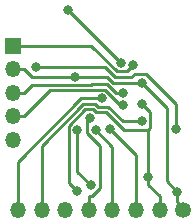
<source format=gbr>
G04 #@! TF.GenerationSoftware,KiCad,Pcbnew,(5.1.4-0-10_14)*
G04 #@! TF.CreationDate,2019-10-28T18:43:38+01:00*
G04 #@! TF.ProjectId,328RFStamp,33323852-4653-4746-916d-702e6b696361,rev?*
G04 #@! TF.SameCoordinates,Original*
G04 #@! TF.FileFunction,Copper,L2,Bot*
G04 #@! TF.FilePolarity,Positive*
%FSLAX46Y46*%
G04 Gerber Fmt 4.6, Leading zero omitted, Abs format (unit mm)*
G04 Created by KiCad (PCBNEW (5.1.4-0-10_14)) date 2019-10-28 18:43:38*
%MOMM*%
%LPD*%
G04 APERTURE LIST*
%ADD10O,1.350000X1.350000*%
%ADD11R,1.350000X1.350000*%
%ADD12C,1.350000*%
%ADD13C,0.800000*%
%ADD14C,0.250000*%
G04 APERTURE END LIST*
D10*
X39116000Y-56844200D03*
X39116000Y-54844200D03*
X39116000Y-52844200D03*
X39116000Y-50844200D03*
D11*
X39116000Y-48844200D03*
D12*
X53568600Y-62738000D03*
D10*
X51568600Y-62738000D03*
X49568600Y-62738000D03*
X47568600Y-62738000D03*
X45568600Y-62738000D03*
X43568600Y-62738000D03*
X41568600Y-62738000D03*
X39568600Y-62738000D03*
D13*
X44571100Y-55970600D03*
X45743600Y-60681500D03*
X49326400Y-50477300D03*
X44532900Y-61131600D03*
X50084500Y-53774500D03*
X50588600Y-59990200D03*
X46661900Y-53321200D03*
X50044000Y-55254500D03*
X45661200Y-55009100D03*
X46150300Y-55969800D03*
X47400900Y-55939600D03*
X53055500Y-61202700D03*
X50074700Y-51995800D03*
X44402700Y-51465600D03*
X43767800Y-45814200D03*
X48249900Y-50278300D03*
X48444000Y-53864000D03*
X48499500Y-52858700D03*
X52952100Y-55865300D03*
X41133800Y-50621200D03*
D14*
X45743600Y-60681500D02*
X44571100Y-59509000D01*
X44571100Y-59509000D02*
X44571100Y-55970600D01*
X50588600Y-56012800D02*
X48541100Y-56012800D01*
X48541100Y-56012800D02*
X47025100Y-54496800D01*
X47025100Y-54496800D02*
X46174900Y-54496800D01*
X46174900Y-54496800D02*
X45916400Y-54238300D01*
X45916400Y-54238300D02*
X45277700Y-54238300D01*
X45277700Y-54238300D02*
X43845800Y-55670200D01*
X43845800Y-55670200D02*
X43845800Y-60444500D01*
X43845800Y-60444500D02*
X44532900Y-61131600D01*
X39116000Y-48844200D02*
X45758400Y-48844200D01*
X45758400Y-48844200D02*
X47921800Y-51007600D01*
X47921800Y-51007600D02*
X48796100Y-51007600D01*
X48796100Y-51007600D02*
X49326400Y-50477300D01*
X50084500Y-53774500D02*
X50774800Y-54464800D01*
X50774800Y-54464800D02*
X50774800Y-55826600D01*
X50774800Y-55826600D02*
X50588600Y-56012800D01*
X50588600Y-59990200D02*
X50588600Y-56012800D01*
X51568600Y-61610700D02*
X50588600Y-60630700D01*
X50588600Y-60630700D02*
X50588600Y-59990200D01*
X51568600Y-62611000D02*
X51568600Y-61610700D01*
X39568600Y-62611000D02*
X39568600Y-58673600D01*
X39568600Y-58673600D02*
X44921000Y-53321200D01*
X44921000Y-53321200D02*
X46661900Y-53321200D01*
X41568600Y-61610700D02*
X41568600Y-57310500D01*
X41568600Y-57310500D02*
X45091100Y-53788000D01*
X45091100Y-53788000D02*
X46103000Y-53788000D01*
X46103000Y-53788000D02*
X46361500Y-54046500D01*
X46361500Y-54046500D02*
X47211700Y-54046500D01*
X47211700Y-54046500D02*
X48419700Y-55254500D01*
X48419700Y-55254500D02*
X50044000Y-55254500D01*
X41568600Y-62611000D02*
X41568600Y-61610700D01*
X45568600Y-61610700D02*
X45840200Y-61610700D01*
X45840200Y-61610700D02*
X46522400Y-60928500D01*
X46522400Y-60928500D02*
X46522400Y-57377200D01*
X46522400Y-57377200D02*
X45424900Y-56279700D01*
X45424900Y-56279700D02*
X45424900Y-55245400D01*
X45424900Y-55245400D02*
X45661200Y-55009100D01*
X45568600Y-62611000D02*
X45568600Y-61610700D01*
X46150300Y-55969800D02*
X47568500Y-57388000D01*
X47568500Y-57388000D02*
X47568500Y-61610700D01*
X47568500Y-61610700D02*
X47568600Y-61610700D01*
X47568600Y-62611000D02*
X47568600Y-61610700D01*
X49568600Y-62611000D02*
X49568600Y-61610700D01*
X47400900Y-55939600D02*
X49568600Y-58107300D01*
X49568600Y-58107300D02*
X49568600Y-61610700D01*
X53055500Y-61202700D02*
X53055500Y-62097900D01*
X53055500Y-62097900D02*
X53568600Y-62611000D01*
X50074700Y-51995800D02*
X52193500Y-54114600D01*
X52193500Y-54114600D02*
X52193500Y-60340700D01*
X52193500Y-60340700D02*
X53055500Y-61202700D01*
X44402700Y-51465600D02*
X47106000Y-51465600D01*
X47106000Y-51465600D02*
X47636200Y-51995800D01*
X47636200Y-51995800D02*
X50074700Y-51995800D01*
X44402700Y-51465600D02*
X40737700Y-51465600D01*
X40737700Y-51465600D02*
X40116300Y-50844200D01*
X39116000Y-50844200D02*
X40116300Y-50844200D01*
X48249900Y-50278300D02*
X43785800Y-45814200D01*
X43785800Y-45814200D02*
X43767800Y-45814200D01*
X40116300Y-54844200D02*
X42319200Y-52641300D01*
X42319200Y-52641300D02*
X45976600Y-52641300D01*
X45976600Y-52641300D02*
X46031300Y-52586600D01*
X46031300Y-52586600D02*
X46953200Y-52586600D01*
X46953200Y-52586600D02*
X48230600Y-53864000D01*
X48230600Y-53864000D02*
X48444000Y-53864000D01*
X39116000Y-54844200D02*
X40116300Y-54844200D01*
X40116300Y-52844200D02*
X40769500Y-52191000D01*
X40769500Y-52191000D02*
X45790000Y-52191000D01*
X45790000Y-52191000D02*
X45844700Y-52136300D01*
X45844700Y-52136300D02*
X47139800Y-52136300D01*
X47139800Y-52136300D02*
X47862200Y-52858700D01*
X47862200Y-52858700D02*
X48499500Y-52858700D01*
X39116000Y-52844200D02*
X40116300Y-52844200D01*
X41133800Y-50621200D02*
X46898500Y-50621200D01*
X46898500Y-50621200D02*
X47791400Y-51514100D01*
X47791400Y-51514100D02*
X49151700Y-51514100D01*
X49151700Y-51514100D02*
X49433100Y-51232700D01*
X49433100Y-51232700D02*
X50408200Y-51232700D01*
X50408200Y-51232700D02*
X52952100Y-53776600D01*
X52952100Y-53776600D02*
X52952100Y-55865300D01*
M02*

</source>
